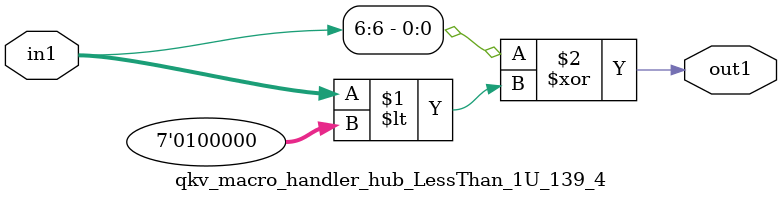
<source format=v>

`timescale 1ps / 1ps


module qkv_macro_handler_hub_LessThan_1U_139_4( in1, out1 );

    input [6:0] in1;
    output out1;

    
    // rtl_process:qkv_macro_handler_hub_LessThan_1U_139_4/qkv_macro_handler_hub_LessThan_1U_139_4_thread_1
    assign out1 = (in1[6] ^ in1 < 7'd032);

endmodule


</source>
